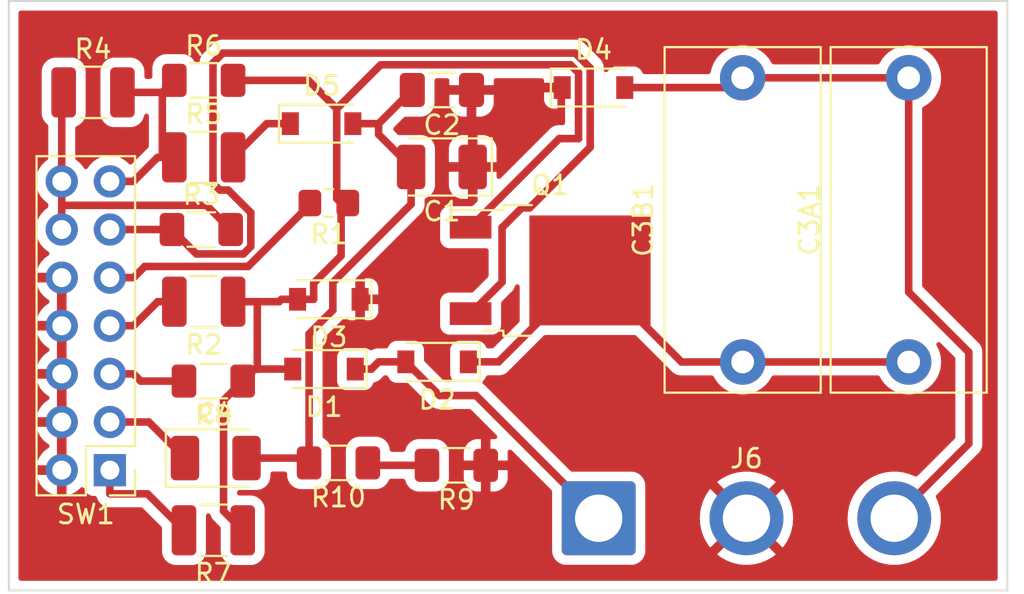
<source format=kicad_pcb>
(kicad_pcb (version 20211014) (generator pcbnew)
  (layers (0 "F.Cu" signal) (31 "B.Cu" signal) (34 "B.Paste" user) (35 "F.Paste" user) (36 "B.SilkS" user "B.Silkscreen") (37 "F.SilkS" user "F.Silkscreen") (38 "B.Mask" user) (39 "F.Mask" user) (44 "Edge.Cuts" user))
  (net 0 "")
  (net 1 "GND")
  (net 2 "Net-(C1-Pad2)")
  (net 3 "Net-(D2-Pad1)")
  (net 4 "RWIRE")
  (net 5 "JP2")
  (net 6 "BWIRE")
  (net 7 "Net-(D1-Pad2)")
  (net 8 "Net-(D5-Pad1)")
  (net 9 "JP5A")
  (net 10 "JP4B")
  (net 11 "JP4A")
  (net 12 "JP5G")
  (net 13 "JP5B")
  (net 14 "JP1")
  (net 15 "JP3")
  (net 16 "Net-(R10-Pad1)")
  (footprint "Capacitor_Tantalum_SMD:CP_EIA-3528-21_Kemet-B_Pad1.50x2.35mm_HandSolder" (layer "F.Cu") (at 107.442 88.646)
    (fp_text reference "C4" (at 0 -2.35) (layer "F.SilkS"))
    (fp_text value "4.7uF")
    (fp_line (start -2.635 -1.51) (end -2.635 1.51) (layer "F.SilkS") (width 0.12))
    (fp_line (start -2.635 1.51) (end 1.75 1.51) (layer "F.SilkS") (width 0.12))
    (fp_line (start 1.75 -1.51) (end -2.635 -1.51) (layer "F.SilkS") (width 0.12))
    (pad "1" smd roundrect (at -1.625 0) (size 1.5 2.35) (layers "F.Cu" "F.Paste" "F.Mask") (roundrect_rratio 0.166667) (net 5 "JP2"))
    (pad "2" smd roundrect (at 1.625 0) (size 1.5 2.35) (layers "F.Cu" "F.Paste" "F.Mask") (roundrect_rratio 0.166667) (net 2 "Net-(C1-Pad2)"))
  )
  (footprint "Resistor_SMD:R_1206_3216Metric_Pad1.30x1.75mm_HandSolder" (layer "F.Cu") (at 120.142 89.027 180)
    (fp_text reference "R9" (at 0 -1.82) (layer "F.SilkS"))
    (fp_text value "750")
    (fp_line (start -0.727064 0.91) (end 0.727064 0.91) (layer "F.SilkS") (width 0.12))
    (fp_line (start -0.727064 -0.91) (end 0.727064 -0.91) (layer "F.SilkS") (width 0.12))
    (pad "1" smd roundrect (at -1.55 0 180) (size 1.3 1.75) (layers "F.Cu" "F.Paste" "F.Mask") (roundrect_rratio 0.192308) (net 1 "GND"))
    (pad "2" smd roundrect (at 1.55 0 180) (size 1.3 1.75) (layers "F.Cu" "F.Paste" "F.Mask") (roundrect_rratio 0.192308) (net 16 "Net-(R10-Pad1)"))
  )
  (footprint "Capacitor_THT:C_Rect_L18.0mm_W8.0mm_P15.00mm_FKS3_FKP3" (layer "F.Cu") (at 135.255 83.573 90)
    (fp_text reference "C3B1" (at 7.5 -5.25 90) (layer "F.SilkS"))
    (fp_text value "0.47uF")
    (fp_line (start -1.62 -4.12) (end -1.62 4.12) (layer "F.SilkS") (width 0.12))
    (fp_line (start -1.62 -4.12) (end 16.62 -4.12) (layer "F.SilkS") (width 0.12))
    (fp_line (start 16.62 -4.12) (end 16.62 4.12) (layer "F.SilkS") (width 0.12))
    (fp_line (start -1.62 4.12) (end 16.62 4.12) (layer "F.SilkS") (width 0.12))
    (pad "1" thru_hole circle (at 0 0 90) (size 2.4 2.4) (drill 1.2) (layers *.Cu *.Mask) (net 3 "Net-(D2-Pad1)"))
    (pad "2" thru_hole circle (at 15 0 90) (size 2.4 2.4) (drill 1.2) (layers *.Cu *.Mask) (net 4 "RWIRE"))
  )
  (footprint "Package_TO_SOT_SMD:TO-252-2" (layer "F.Cu") (at 125.095 78.74)
    (fp_text reference "Q1" (at 0 -4.5) (layer "F.SilkS"))
    (fp_text value "TIC106")
    (fp_line (start -2.47 3.45) (end -2.47 3.18) (layer "F.SilkS") (width 0.12))
    (fp_line (start -0.97 3.45) (end -2.47 3.45) (layer "F.SilkS") (width 0.12))
    (fp_line (start -2.47 3.18) (end -3.57 3.18) (layer "F.SilkS") (width 0.12))
    (fp_line (start -0.97 -3.45) (end -2.47 -3.45) (layer "F.SilkS") (width 0.12))
    (fp_line (start -2.47 -3.18) (end -5.3 -3.18) (layer "F.SilkS") (width 0.12))
    (fp_line (start -2.47 -3.45) (end -2.47 -3.18) (layer "F.SilkS") (width 0.12))
    (pad "1" smd rect (at -4.2 -2.28) (size 2.2 1.2) (layers "F.Cu" "F.Paste" "F.Mask") (net 7 "Net-(D1-Pad2)"))
    (pad "2" smd rect (at 2.1 0) (size 6.4 5.8) (layers "F.Cu" "F.Mask") (net 3 "Net-(D2-Pad1)"))
    (pad "3" smd rect (at -4.2 2.28) (size 2.2 1.2) (layers "F.Cu" "F.Paste" "F.Mask") (net 9 "JP5A"))
  )
  (footprint "Resistor_SMD:R_1206_3216Metric_Pad1.30x1.75mm_HandSolder" (layer "F.Cu") (at 107.315 84.582 180)
    (fp_text reference "R8" (at 0 -1.82) (layer "F.SilkS"))
    (fp_text value "220")
    (fp_line (start -0.727064 -0.91) (end 0.727064 -0.91) (layer "F.SilkS") (width 0.12))
    (fp_line (start -0.727064 0.91) (end 0.727064 0.91) (layer "F.SilkS") (width 0.12))
    (pad "1" smd roundrect (at -1.55 0 180) (size 1.3 1.75) (layers "F.Cu" "F.Paste" "F.Mask") (roundrect_rratio 0.192308) (net 7 "Net-(D1-Pad2)"))
    (pad "2" smd roundrect (at 1.55 0 180) (size 1.3 1.75) (layers "F.Cu" "F.Paste" "F.Mask") (roundrect_rratio 0.192308) (net 15 "JP3"))
  )
  (footprint "Resistor_SMD:R_1210_3225Metric_Pad1.30x2.65mm_HandSolder" (layer "F.Cu") (at 106.807 80.391 180)
    (fp_text reference "R2" (at 0 -2.28) (layer "F.SilkS"))
    (fp_text value "16")
    (fp_line (start -0.723737 -1.355) (end 0.723737 -1.355) (layer "F.SilkS") (width 0.12))
    (fp_line (start -0.723737 1.355) (end 0.723737 1.355) (layer "F.SilkS") (width 0.12))
    (pad "1" smd roundrect (at -1.55 0 180) (size 1.3 2.65) (layers "F.Cu" "F.Paste" "F.Mask") (roundrect_rratio 0.192308) (net 7 "Net-(D1-Pad2)"))
    (pad "2" smd roundrect (at 1.55 0 180) (size 1.3 2.65) (layers "F.Cu" "F.Paste" "F.Mask") (roundrect_rratio 0.192308) (net 11 "JP4A"))
  )
  (footprint "Capacitor_SMD:C_1206_3216Metric_Pad1.33x1.80mm_HandSolder" (layer "F.Cu") (at 119.38 69.215 180)
    (fp_text reference "C2" (at 0 -1.85) (layer "F.SilkS"))
    (fp_text value "0.47uF")
    (fp_line (start -0.711252 -0.91) (end 0.711252 -0.91) (layer "F.SilkS") (width 0.12))
    (fp_line (start -0.711252 0.91) (end 0.711252 0.91) (layer "F.SilkS") (width 0.12))
    (pad "1" smd roundrect (at -1.5625 0 180) (size 1.325 1.8) (layers "F.Cu" "F.Paste" "F.Mask") (roundrect_rratio 0.188679) (net 1 "GND"))
    (pad "2" smd roundrect (at 1.5625 0 180) (size 1.325 1.8) (layers "F.Cu" "F.Paste" "F.Mask") (roundrect_rratio 0.188679) (net 2 "Net-(C1-Pad2)"))
  )
  (footprint "Resistor_SMD:R_1210_3225Metric_Pad1.30x2.65mm_HandSolder" (layer "F.Cu") (at 100.965 69.342)
    (fp_text reference "R4" (at 0 -2.28) (layer "F.SilkS"))
    (fp_text value "390")
    (fp_line (start -0.723737 -1.355) (end 0.723737 -1.355) (layer "F.SilkS") (width 0.12))
    (fp_line (start -0.723737 1.355) (end 0.723737 1.355) (layer "F.SilkS") (width 0.12))
    (pad "1" smd roundrect (at -1.55 0) (size 1.3 2.65) (layers "F.Cu" "F.Paste" "F.Mask") (roundrect_rratio 0.192308) (net 12 "JP5G"))
    (pad "2" smd roundrect (at 1.55 0) (size 1.3 2.65) (layers "F.Cu" "F.Paste" "F.Mask") (roundrect_rratio 0.192308) (net 13 "JP5B"))
  )
  (footprint "Diode_SMD:D_SOD-123" (layer "F.Cu") (at 113.157 83.947 180)
    (fp_text reference "D1" (at 0 -2) (layer "F.SilkS"))
    (fp_text value "1N4007")
    (fp_line (start -2.25 -1) (end 1.65 -1) (layer "F.SilkS") (width 0.12))
    (fp_line (start -2.25 -1) (end -2.25 1) (layer "F.SilkS") (width 0.12))
    (fp_line (start -2.25 1) (end 1.65 1) (layer "F.SilkS") (width 0.12))
    (pad "1" smd rect (at -1.65 0 180) (size 0.9 1.2) (layers "F.Cu" "F.Paste" "F.Mask") (net 6 "BWIRE"))
    (pad "2" smd rect (at 1.65 0 180) (size 0.9 1.2) (layers "F.Cu" "F.Paste" "F.Mask") (net 7 "Net-(D1-Pad2)"))
  )
  (footprint "Diode_SMD:D_SOD-123" (layer "F.Cu") (at 113.411 80.264 180)
    (fp_text reference "D3" (at 0 -2) (layer "F.SilkS"))
    (fp_text value "1N4007")
    (fp_line (start -2.25 -1) (end 1.65 -1) (layer "F.SilkS") (width 0.12))
    (fp_line (start -2.25 -1) (end -2.25 1) (layer "F.SilkS") (width 0.12))
    (fp_line (start -2.25 1) (end 1.65 1) (layer "F.SilkS") (width 0.12))
    (pad "1" smd rect (at -1.65 0 180) (size 0.9 1.2) (layers "F.Cu" "F.Paste" "F.Mask") (net 1 "GND"))
    (pad "2" smd rect (at 1.65 0 180) (size 0.9 1.2) (layers "F.Cu" "F.Paste" "F.Mask") (net 7 "Net-(D1-Pad2)"))
  )
  (footprint "Resistor_SMD:R_1210_3225Metric_Pad1.30x2.65mm_HandSolder" (layer "F.Cu") (at 106.807 72.771)
    (fp_text reference "R5" (at 0 -2.28) (layer "F.SilkS"))
    (fp_text value "33")
    (fp_line (start -0.723737 -1.355) (end 0.723737 -1.355) (layer "F.SilkS") (width 0.12))
    (fp_line (start -0.723737 1.355) (end 0.723737 1.355) (layer "F.SilkS") (width 0.12))
    (pad "1" smd roundrect (at -1.55 0) (size 1.3 2.65) (layers "F.Cu" "F.Paste" "F.Mask") (roundrect_rratio 0.192308) (net 13 "JP5B"))
    (pad "2" smd roundrect (at 1.55 0) (size 1.3 2.65) (layers "F.Cu" "F.Paste" "F.Mask") (roundrect_rratio 0.192308) (net 8 "Net-(D5-Pad1)"))
  )
  (footprint "Resistor_SMD:R_0805_2012Metric_Pad1.20x1.40mm_HandSolder" (layer "F.Cu") (at 113.411 75.184 180)
    (fp_text reference "R1" (at 0 -1.65) (layer "F.SilkS"))
    (fp_text value "27")
    (fp_line (start -0.227064 0.735) (end 0.227064 0.735) (layer "F.SilkS") (width 0.12))
    (fp_line (start -0.227064 -0.735) (end 0.227064 -0.735) (layer "F.SilkS") (width 0.12))
    (pad "1" smd roundrect (at -1 0 180) (size 1.2 1.4) (layers "F.Cu" "F.Paste" "F.Mask") (roundrect_rratio 0.208333) (net 7 "Net-(D1-Pad2)"))
    (pad "2" smd roundrect (at 1 0 180) (size 1.2 1.4) (layers "F.Cu" "F.Paste" "F.Mask") (roundrect_rratio 0.208333) (net 10 "JP4B"))
  )
  (footprint "Resistor_SMD:R_1210_3225Metric_Pad1.30x2.65mm_HandSolder" (layer "F.Cu") (at 107.315 92.456 180)
    (fp_text reference "R7" (at 0 -2.28) (layer "F.SilkS"))
    (fp_text value "120")
    (fp_line (start -0.723737 -1.355) (end 0.723737 -1.355) (layer "F.SilkS") (width 0.12))
    (fp_line (start -0.723737 1.355) (end 0.723737 1.355) (layer "F.SilkS") (width 0.12))
    (pad "1" smd roundrect (at -1.55 0 180) (size 1.3 2.65) (layers "F.Cu" "F.Paste" "F.Mask") (roundrect_rratio 0.192308) (net 7 "Net-(D1-Pad2)"))
    (pad "2" smd roundrect (at 1.55 0 180) (size 1.3 2.65) (layers "F.Cu" "F.Paste" "F.Mask") (roundrect_rratio 0.192308) (net 14 "JP1"))
  )
  (footprint "Capacitor_Tantalum_SMD:CP_EIA-3528-21_Kemet-B_Pad1.50x2.35mm_HandSolder" (layer "F.Cu") (at 119.38 73.279 180)
    (fp_text reference "C1" (at 0 -2.35) (layer "F.SilkS"))
    (fp_text value "4.7uF")
    (fp_line (start -2.635 1.51) (end 1.75 1.51) (layer "F.SilkS") (width 0.12))
    (fp_line (start 1.75 -1.51) (end -2.635 -1.51) (layer "F.SilkS") (width 0.12))
    (fp_line (start -2.635 -1.51) (end -2.635 1.51) (layer "F.SilkS") (width 0.12))
    (pad "1" smd roundrect (at -1.625 0 180) (size 1.5 2.35) (layers "F.Cu" "F.Paste" "F.Mask") (roundrect_rratio 0.166667) (net 1 "GND"))
    (pad "2" smd roundrect (at 1.625 0 180) (size 1.5 2.35) (layers "F.Cu" "F.Paste" "F.Mask") (roundrect_rratio 0.166667) (net 2 "Net-(C1-Pad2)"))
  )
  (footprint "Connector_Wire:SolderWire-2sqmm_1x03_P7.8mm_D2mm_OD3.9mm" (layer "F.Cu") (at 127.656 91.821)
    (fp_text reference "J6" (at 7.8 -3.15) (layer "F.SilkS"))
    (fp_text value "Conn_01x03_Male")
    (pad "1" thru_hole roundrect (at 0 0) (size 3.9 3.9) (drill 2.5) (layers *.Cu *.Mask) (roundrect_rratio 0.064103) (net 6 "BWIRE"))
    (pad "2" thru_hole circle (at 7.8 0) (size 3.9 3.9) (drill 2.5) (layers *.Cu *.Mask) (net 1 "GND"))
    (pad "3" thru_hole circle (at 15.6 0) (size 3.9 3.9) (drill 2.5) (layers *.Cu *.Mask) (net 4 "RWIRE"))
  )
  (footprint "Diode_SMD:D_SOD-123" (layer "F.Cu") (at 119.126 83.566 180)
    (fp_text reference "D2" (at 0 -2) (layer "F.SilkS"))
    (fp_text value "1N4007")
    (fp_line (start -2.25 -1) (end 1.65 -1) (layer "F.SilkS") (width 0.12))
    (fp_line (start -2.25 1) (end 1.65 1) (layer "F.SilkS") (width 0.12))
    (fp_line (start -2.25 -1) (end -2.25 1) (layer "F.SilkS") (width 0.12))
    (pad "1" smd rect (at -1.65 0 180) (size 0.9 1.2) (layers "F.Cu" "F.Paste" "F.Mask") (net 3 "Net-(D2-Pad1)"))
    (pad "2" smd rect (at 1.65 0 180) (size 0.9 1.2) (layers "F.Cu" "F.Paste" "F.Mask") (net 6 "BWIRE"))
  )
  (footprint "Diode_SMD:D_SOD-123" (layer "F.Cu") (at 113.03 70.993)
    (fp_text reference "D5" (at 0 -2) (layer "F.SilkS"))
    (fp_text value "1N4007")
    (fp_line (start -2.25 -1) (end -2.25 1) (layer "F.SilkS") (width 0.12))
    (fp_line (start -2.25 -1) (end 1.65 -1) (layer "F.SilkS") (width 0.12))
    (fp_line (start -2.25 1) (end 1.65 1) (layer "F.SilkS") (width 0.12))
    (pad "1" smd rect (at -1.65 0) (size 0.9 1.2) (layers "F.Cu" "F.Paste" "F.Mask") (net 8 "Net-(D5-Pad1)"))
    (pad "2" smd rect (at 1.65 0) (size 0.9 1.2) (layers "F.Cu" "F.Paste" "F.Mask") (net 2 "Net-(C1-Pad2)"))
  )
  (footprint "Capacitor_THT:C_Rect_L18.0mm_W8.0mm_P15.00mm_FKS3_FKP3" (layer "F.Cu") (at 144.018 83.573 90)
    (fp_text reference "C3A1" (at 7.5 -5.25 90) (layer "F.SilkS"))
    (fp_text value "0.47uF")
    (fp_line (start -1.62 4.12) (end 16.62 4.12) (layer "F.SilkS") (width 0.12))
    (fp_line (start -1.62 -4.12) (end -1.62 4.12) (layer "F.SilkS") (width 0.12))
    (fp_line (start 16.62 -4.12) (end 16.62 4.12) (layer "F.SilkS") (width 0.12))
    (fp_line (start -1.62 -4.12) (end 16.62 -4.12) (layer "F.SilkS") (width 0.12))
    (pad "1" thru_hole circle (at 0 0 90) (size 2.4 2.4) (drill 1.2) (layers *.Cu *.Mask) (net 3 "Net-(D2-Pad1)"))
    (pad "2" thru_hole circle (at 15 0 90) (size 2.4 2.4) (drill 1.2) (layers *.Cu *.Mask) (net 4 "RWIRE"))
  )
  (footprint "Resistor_SMD:R_1206_3216Metric_Pad1.30x1.75mm_HandSolder" (layer "F.Cu") (at 106.68 76.581)
    (fp_text reference "R3" (at 0 -1.82) (layer "F.SilkS"))
    (fp_text value "100")
    (fp_line (start -0.727064 -0.91) (end 0.727064 -0.91) (layer "F.SilkS") (width 0.12))
    (fp_line (start -0.727064 0.91) (end 0.727064 0.91) (layer "F.SilkS") (width 0.12))
    (pad "1" smd roundrect (at -1.55 0) (size 1.3 1.75) (layers "F.Cu" "F.Paste" "F.Mask") (roundrect_rratio 0.192308) (net 9 "JP5A"))
    (pad "2" smd roundrect (at 1.55 0) (size 1.3 1.75) (layers "F.Cu" "F.Paste" "F.Mask") (roundrect_rratio 0.192308) (net 12 "JP5G"))
  )
  (footprint "Resistor_SMD:R_1206_3216Metric_Pad1.30x1.75mm_HandSolder" (layer "F.Cu") (at 113.919 88.9 180)
    (fp_text reference "R10" (at 0 -1.82) (layer "F.SilkS"))
    (fp_text value "10")
    (fp_line (start -0.727064 -0.91) (end 0.727064 -0.91) (layer "F.SilkS") (width 0.12))
    (fp_line (start -0.727064 0.91) (end 0.727064 0.91) (layer "F.SilkS") (width 0.12))
    (pad "1" smd roundrect (at -1.55 0 180) (size 1.3 1.75) (layers "F.Cu" "F.Paste" "F.Mask") (roundrect_rratio 0.192308) (net 16 "Net-(R10-Pad1)"))
    (pad "2" smd roundrect (at 1.55 0 180) (size 1.3 1.75) (layers "F.Cu" "F.Paste" "F.Mask") (roundrect_rratio 0.192308) (net 2 "Net-(C1-Pad2)"))
  )
  (footprint "Connector_PinHeader_2.54mm:PinHeader_2x07_P2.54mm_Vertical" (layer "F.Cu") (at 101.854 89.281 180)
    (fp_text reference "SW1" (at 1.27 -2.33) (layer "F.SilkS"))
    (fp_text value "SW_DIP_x07")
    (fp_line (start -1.33 -1.33) (end 0 -1.33) (layer "F.SilkS") (width 0.12))
    (fp_line (start -1.33 16.57) (end 3.87 16.57) (layer "F.SilkS") (width 0.12))
    (fp_line (start -1.33 1.27) (end -1.33 16.57) (layer "F.SilkS") (width 0.12))
    (fp_line (start 3.87 -1.33) (end 3.87 16.57) (layer "F.SilkS") (width 0.12))
    (fp_line (start 1.27 1.27) (end 1.27 -1.33) (layer "F.SilkS") (width 0.12))
    (fp_line (start -1.33 0) (end -1.33 -1.33) (layer "F.SilkS") (width 0.12))
    (fp_line (start 1.27 -1.33) (end 3.87 -1.33) (layer "F.SilkS") (width 0.12))
    (fp_line (start -1.33 1.27) (end 1.27 1.27) (layer "F.SilkS") (width 0.12))
    (pad "1" thru_hole rect (at 0 0 180) (size 1.7 1.7) (drill 1) (layers *.Cu *.Mask) (net 14 "JP1"))
    (pad "2" thru_hole oval (at 2.54 0 180) (size 1.7 1.7) (drill 1) (layers *.Cu *.Mask) (net 1 "GND"))
    (pad "3" thru_hole oval (at 0 2.54 180) (size 1.7 1.7) (drill 1) (layers *.Cu *.Mask) (net 5 "JP2"))
    (pad "4" thru_hole oval (at 2.54 2.54 180) (size 1.7 1.7) (drill 1) (layers *.Cu *.Mask) (net 1 "GND"))
    (pad "5" thru_hole oval (at 0 5.08 180) (size 1.7 1.7) (drill 1) (layers *.Cu *.Mask) (net 15 "JP3"))
    (pad "6" thru_hole oval (at 2.54 5.08 180) (size 1.7 1.7) (drill 1) (layers *.Cu *.Mask) (net 1 "GND"))
    (pad "7" thru_hole oval (at 0 7.62 180) (size 1.7 1.7) (drill 1) (layers *.Cu *.Mask) (net 11 "JP4A"))
    (pad "8" thru_hole oval (at 2.54 7.62 180) (size 1.7 1.7) (drill 1) (layers *.Cu *.Mask) (net 1 "GND"))
    (pad "9" thru_hole oval (at 0 10.16 180) (size 1.7 1.7) (drill 1) (layers *.Cu *.Mask) (net 10 "JP4B"))
    (pad "10" thru_hole oval (at 2.54 10.16 180) (size 1.7 1.7) (drill 1) (layers *.Cu *.Mask) (net 1 "GND"))
    (pad "11" thru_hole oval (at 0 12.7 180) (size 1.7 1.7) (drill 1) (layers *.Cu *.Mask) (net 9 "JP5A"))
    (pad "12" thru_hole oval (at 2.54 12.7 180) (size 1.7 1.7) (drill 1) (layers *.Cu *.Mask) (net 12 "JP5G"))
    (pad "13" thru_hole oval (at 0 15.24 180) (size 1.7 1.7) (drill 1) (layers *.Cu *.Mask) (net 13 "JP5B"))
    (pad "14" thru_hole oval (at 2.54 15.24 180) (size 1.7 1.7) (drill 1) (layers *.Cu *.Mask) (net 12 "JP5G"))
  )
  (footprint "Resistor_SMD:R_1206_3216Metric_Pad1.30x1.75mm_HandSolder" (layer "F.Cu") (at 106.807 68.707)
    (fp_text reference "R6" (at 0 -1.82) (layer "F.SilkS"))
    (fp_text value "1K")
    (fp_line (start -0.727064 -0.91) (end 0.727064 -0.91) (layer "F.SilkS") (width 0.12))
    (fp_line (start -0.727064 0.91) (end 0.727064 0.91) (layer "F.SilkS") (width 0.12))
    (pad "1" smd roundrect (at -1.55 0) (size 1.3 1.75) (layers "F.Cu" "F.Paste" "F.Mask") (roundrect_rratio 0.192308) (net 13 "JP5B"))
    (pad "2" smd roundrect (at 1.55 0) (size 1.3 1.75) (layers "F.Cu" "F.Paste" "F.Mask") (roundrect_rratio 0.192308) (net 7 "Net-(D1-Pad2)"))
  )
  (footprint "Diode_SMD:D_SOD-123" (layer "F.Cu") (at 127.381 69.088)
    (fp_text reference "D4" (at 0 -2) (layer "F.SilkS"))
    (fp_text value "1N4007")
    (fp_line (start -2.25 1) (end 1.65 1) (layer "F.SilkS") (width 0.12))
    (fp_line (start -2.25 -1) (end -2.25 1) (layer "F.SilkS") (width 0.12))
    (fp_line (start -2.25 -1) (end 1.65 -1) (layer "F.SilkS") (width 0.12))
    (pad "1" smd rect (at -1.65 0) (size 0.9 1.2) (layers "F.Cu" "F.Paste" "F.Mask") (net 1 "GND"))
    (pad "2" smd rect (at 1.65 0) (size 0.9 1.2) (layers "F.Cu" "F.Paste" "F.Mask") (net 4 "RWIRE"))
  )
  (gr_line (start 96.52 64.516) (end 96.52 95.631) (layer "Edge.Cuts") (width 0.1))
  (gr_line (start 149.225 64.516) (end 149.225 95.631) (layer "Edge.Cuts") (width 0.1))
  (gr_line (start 96.52 64.516) (end 149.225 64.516) (layer "Edge.Cuts") (width 0.1))
  (gr_line (start 149.225 95.631) (end 96.52 95.631) (layer "Edge.Cuts") (width 0.1))
  (segment (start 120.9425 69.215) (end 121.005 69.215) (width 0.4) (layer "F.Cu") (net 1))
  (segment (start 113.6236 80.8355) (end 112.369 82.0901) (width 0.4) (layer "F.Cu") (net 2))
  (segment (start 117.755 73.279) (end 116.0395 71.5635) (width 0.4) (layer "F.Cu") (net 2))
  (segment (start 112.369 82.0901) (end 112.369 88.646) (width 0.4) (layer "F.Cu") (net 2))
  (segment (start 112.369 88.646) (end 109.067 88.646) (width 0.4) (layer "F.Cu") (net 2))
  (segment (start 113.6236 79.3721) (end 113.6236 80.8355) (width 0.4) (layer "F.Cu") (net 2))
  (segment (start 117.755 75.2407) (end 113.6236 79.3721) (width 0.4) (layer "F.Cu") (net 2))
  (segment (start 117.755 73.279) (end 117.755 75.2407) (width 0.4) (layer "F.Cu") (net 2))
  (segment (start 117.8175 69.215) (end 116.0395 70.993) (width 0.4) (layer "F.Cu") (net 2))
  (segment (start 116.0395 70.993) (end 114.68 70.993) (width 0.4) (layer "F.Cu") (net 2))
  (segment (start 112.369 88.646) (end 112.369 88.9) (width 0.4) (layer "F.Cu") (net 2))
  (segment (start 116.0395 71.5635) (end 116.0395 70.993) (width 0.4) (layer "F.Cu") (net 2))
  (segment (start 129.735 78.867) (end 129.735 80.899) (width 0.4) (layer "F.Cu") (net 3))
  (segment (start 144.018 83.573) (end 135.255 83.573) (width 0.4) (layer "F.Cu") (net 3))
  (segment (start 135.255 83.573) (end 132.028 83.573) (width 0.4) (layer "F.Cu") (net 3))
  (segment (start 122.369 83.566) (end 127.195 78.74) (width 0.4) (layer "F.Cu") (net 3))
  (segment (start 120.776 83.566) (end 122.369 83.566) (width 0.4) (layer "F.Cu") (net 3))
  (segment (start 132.028 83.573) (end 127.195 78.74) (width 0.4) (layer "F.Cu") (net 3))
  (segment (start 144.018 68.573) (end 135.255 68.573) (width 0.4) (layer "F.Cu") (net 4))
  (segment (start 129.031 69.088) (end 134.74 69.088) (width 0.4) (layer "F.Cu") (net 4))
  (segment (start 144.018 68.573) (end 144.018 79.883) (width 0.4) (layer "F.Cu") (net 4))
  (segment (start 134.74 69.088) (end 135.255 68.573) (width 0.4) (layer "F.Cu") (net 4))
  (segment (start 147.193 87.884) (end 143.256 91.821) (width 0.4) (layer "F.Cu") (net 4))
  (segment (start 147.193 83.058) (end 147.193 87.884) (width 0.4) (layer "F.Cu") (net 4))
  (segment (start 144.018 79.883) (end 147.193 83.058) (width 0.4) (layer "F.Cu") (net 4))
  (segment (start 105.817 88.646) (end 103.912 86.741) (width 0.4) (layer "F.Cu") (net 5))
  (segment (start 103.912 86.741) (end 101.854 86.741) (width 0.4) (layer "F.Cu") (net 5))
  (segment (start 121.179 85.344) (end 119.254 85.344) (width 0.4) (layer "F.Cu") (net 6))
  (segment (start 127.656 91.821) (end 121.179 85.344) (width 0.4) (layer "F.Cu") (net 6))
  (segment (start 116.0383 83.566) (end 115.6573 83.947) (width 0.4) (layer "F.Cu") (net 6))
  (segment (start 114.807 83.947) (end 115.6573 83.947) (width 0.4) (layer "F.Cu") (net 6))
  (segment (start 117.476 83.566) (end 116.0383 83.566) (width 0.4) (layer "F.Cu") (net 6))
  (segment (start 119.254 85.344) (end 117.476 83.566) (width 0.4) (layer "F.Cu") (net 6))
  (segment (start 112.6113 79.4137) (end 112.6113 80.264) (width 0.4) (layer "F.Cu") (net 7))
  (segment (start 113.8296 70.2046) (end 113.8296 74.9544) (width 0.4) (layer "F.Cu") (net 7))
  (segment (start 108.357 80.391) (end 109.6339 80.391) (width 0.4) (layer "F.Cu") (net 7))
  (segment (start 126.5919 68.3117) (end 126.5919 71.7821) (width 0.4) (layer "F.Cu") (net 7))
  (segment (start 112.332 68.707) (end 108.357 68.707) (width 0.4) (layer "F.Cu") (net 7))
  (segment (start 126.5919 71.7821) (end 125.5729 71.7821) (width 0.4) (layer "F.Cu") (net 7))
  (segment (start 111.761 80.264) (end 110.9107 80.264) (width 0.4) (layer "F.Cu") (net 7))
  (segment (start 109.6339 83.947) (end 109.5 83.947) (width 0.4) (layer "F.Cu") (net 7))
  (segment (start 107.8551 91.4461) (end 108.865 92.456) (width 0.4) (layer "F.Cu") (net 7))
  (segment (start 126.1658 67.8856) (end 126.5919 68.3117) (width 0.4) (layer "F.Cu") (net 7))
  (segment (start 116.1486 67.8856) (end 126.1658 67.8856) (width 0.4) (layer "F.Cu") (net 7))
  (segment (start 111.761 80.264) (end 112.6113 80.264) (width 0.4) (layer "F.Cu") (net 7))
  (segment (start 113.8296 74.9544) (end 114.0592 75.184) (width 0.4) (layer "F.Cu") (net 7))
  (segment (start 110.7837 80.391) (end 110.9107 80.264) (width 0.4) (layer "F.Cu") (net 7))
  (segment (start 111.507 83.947) (end 109.6339 83.947) (width 0.4) (layer "F.Cu") (net 7))
  (segment (start 108.865 84.582) (end 107.8551 85.5919) (width 0.4) (layer "F.Cu") (net 7))
  (segment (start 107.8551 85.5919) (end 107.8551 91.4461) (width 0.4) (layer "F.Cu") (net 7))
  (segment (start 109.6339 80.391) (end 110.7837 80.391) (width 0.4) (layer "F.Cu") (net 7))
  (segment (start 125.5729 71.7821) (end 120.895 76.46) (width 0.4) (layer "F.Cu") (net 7))
  (segment (start 109.5 83.947) (end 108.865 84.582) (width 0.4) (layer "F.Cu") (net 7))
  (segment (start 114.0592 75.184) (end 114.0592 77.9658) (width 0.4) (layer "F.Cu") (net 7))
  (segment (start 114.0592 77.9658) (end 112.6113 79.4137) (width 0.4) (layer "F.Cu") (net 7))
  (segment (start 113.8296 70.2046) (end 112.332 68.707) (width 0.4) (layer "F.Cu") (net 7))
  (segment (start 109.6339 80.391) (end 109.6339 83.947) (width 0.4) (layer "F.Cu") (net 7))
  (segment (start 113.8296 70.2046) (end 116.1486 67.8856) (width 0.4) (layer "F.Cu") (net 7))
  (segment (start 114.411 75.184) (end 114.0592 75.184) (width 0.4) (layer "F.Cu") (net 7))
  (segment (start 111.38 70.993) (end 110.135 70.993) (width 0.4) (layer "F.Cu") (net 8))
  (segment (start 110.135 70.993) (end 108.357 72.771) (width 0.4) (layer "F.Cu") (net 8))
  (segment (start 127.2064 72.2397) (end 127.2064 68.0578) (width 0.4) (layer "F.Cu") (net 9))
  (segment (start 101.854 76.581) (end 103.1043 76.581) (width 0.4) (layer "F.Cu") (net 9))
  (segment (start 109.2936 77.4797) (end 108.9027 77.8706) (width 0.4) (layer "F.Cu") (net 9))
  (segment (start 127.2064 68.0578) (end 126.417 67.2684) (width 0.4) (layer "F.Cu") (net 9))
  (segment (start 107.2957 67.7901) (end 107.2957 74.1348) (width 0.4) (layer "F.Cu") (net 9))
  (segment (start 109.2936 75.6922) (end 109.2936 77.4797) (width 0.4) (layer "F.Cu") (net 9))
  (segment (start 124.005611 75.440489) (end 123.595489 75.440489) (width 0.4) (layer "F.Cu") (net 9))
  (segment (start 127.2064 72.2397) (end 124.005611 75.440489) (width 0.4) (layer "F.Cu") (net 9))
  (segment (start 123.595489 75.440489) (end 122.555 76.480978) (width 0.4) (layer "F.Cu") (net 9))
  (segment (start 106.4196 77.8706) (end 105.13 76.581) (width 0.4) (layer "F.Cu") (net 9))
  (segment (start 108.0987 74.4973) (end 109.2936 75.6922) (width 0.4) (layer "F.Cu") (net 9))
  (segment (start 126.417 67.2684) (end 107.8174 67.2684) (width 0.4) (layer "F.Cu") (net 9))
  (segment (start 108.9027 77.8706) (end 106.4196 77.8706) (width 0.4) (layer "F.Cu") (net 9))
  (segment (start 105.13 76.581) (end 103.1043 76.581) (width 0.4) (layer "F.Cu") (net 9))
  (segment (start 122.555 79.36) (end 120.895 81.02) (width 0.4) (layer "F.Cu") (net 9))
  (segment (start 122.555 76.480978) (end 122.555 79.36) (width 0.4) (layer "F.Cu") (net 9))
  (segment (start 107.2957 74.1348) (end 107.6582 74.4973) (width 0.4) (layer "F.Cu") (net 9))
  (segment (start 107.6582 74.4973) (end 108.0987 74.4973) (width 0.4) (layer "F.Cu") (net 9))
  (segment (start 107.8174 67.2684) (end 107.2957 67.7901) (width 0.4) (layer "F.Cu") (net 9))
  (segment (start 112.411 75.2719) (end 112.411 75.184) (width 0.4) (layer "F.Cu") (net 10))
  (segment (start 103.1043 79.121) (end 103.695 78.5303) (width 0.4) (layer "F.Cu") (net 10))
  (segment (start 109.1526 78.5303) (end 112.411 75.2719) (width 0.4) (layer "F.Cu") (net 10))
  (segment (start 101.854 79.121) (end 103.1043 79.121) (width 0.4) (layer "F.Cu") (net 10))
  (segment (start 103.695 78.5303) (end 109.1526 78.5303) (width 0.4) (layer "F.Cu") (net 10))
  (segment (start 104.3743 80.391) (end 103.1043 81.661) (width 0.4) (layer "F.Cu") (net 11))
  (segment (start 101.854 81.661) (end 103.1043 81.661) (width 0.4) (layer "F.Cu") (net 11))
  (segment (start 105.257 80.391) (end 104.3743 80.391) (width 0.4) (layer "F.Cu") (net 11))
  (segment (start 106.9535 75.3045) (end 108.23 76.581) (width 0.4) (layer "F.Cu") (net 12))
  (segment (start 99.314 75.3045) (end 106.9535 75.3045) (width 0.4) (layer "F.Cu") (net 12))
  (segment (start 99.415 69.342) (end 99.314 69.443) (width 0.4) (layer "F.Cu") (net 12))
  (segment (start 99.314 74.041) (end 99.314 75.3045) (width 0.4) (layer "F.Cu") (net 12))
  (segment (start 99.314 69.443) (end 99.314 74.041) (width 0.4) (layer "F.Cu") (net 12))
  (segment (start 99.314 75.3045) (end 99.314 76.581) (width 0.4) (layer "F.Cu") (net 12))
  (segment (start 101.854 74.041) (end 103.1043 74.041) (width 0.4) (layer "F.Cu") (net 13))
  (segment (start 104.622 69.342) (end 105.257 68.707) (width 0.4) (layer "F.Cu") (net 13))
  (segment (start 104.622 72.771) (end 104.622 69.342) (width 0.4) (layer "F.Cu") (net 13))
  (segment (start 104.622 72.771) (end 104.3743 72.771) (width 0.4) (layer "F.Cu") (net 13))
  (segment (start 104.3743 72.771) (end 103.1043 74.041) (width 0.4) (layer "F.Cu") (net 13))
  (segment (start 102.515 69.342) (end 104.622 69.342) (width 0.4) (layer "F.Cu") (net 13))
  (segment (start 105.257 72.771) (end 104.622 72.771) (width 0.4) (layer "F.Cu") (net 13))
  (segment (start 101.854 90.5313) (end 103.8403 90.5313) (width 0.4) (layer "F.Cu") (net 14))
  (segment (start 103.8403 90.5313) (end 105.765 92.456) (width 0.4) (layer "F.Cu") (net 14))
  (segment (start 101.854 89.281) (end 101.854 90.5313) (width 0.4) (layer "F.Cu") (net 14))
  (segment (start 103.4853 84.582) (end 103.1043 84.201) (width 0.4) (layer "F.Cu") (net 15))
  (segment (start 105.765 84.582) (end 103.4853 84.582) (width 0.4) (layer "F.Cu") (net 15))
  (segment (start 101.854 84.201) (end 103.1043 84.201) (width 0.4) (layer "F.Cu") (net 15))
  (segment (start 115.596 89.027) (end 115.469 88.9) (width 0.4) (layer "F.Cu") (net 16))
  (segment (start 118.592 89.027) (end 115.596 89.027) (width 0.4) (layer "F.Cu") (net 16))
  (zone (net 1) (net_name "GND") (layer "F.Cu") (connect_pads (clearance 0.508)) (min_thickness 0.254) (fill yes (thermal_gap 0.508) (thermal_bridge_width 0.508))
    (polygon (pts (xy 148.971 95.25) (xy 96.774 95.504) (xy 96.901 64.77) (xy 148.844 64.77)))
  )
)
</source>
